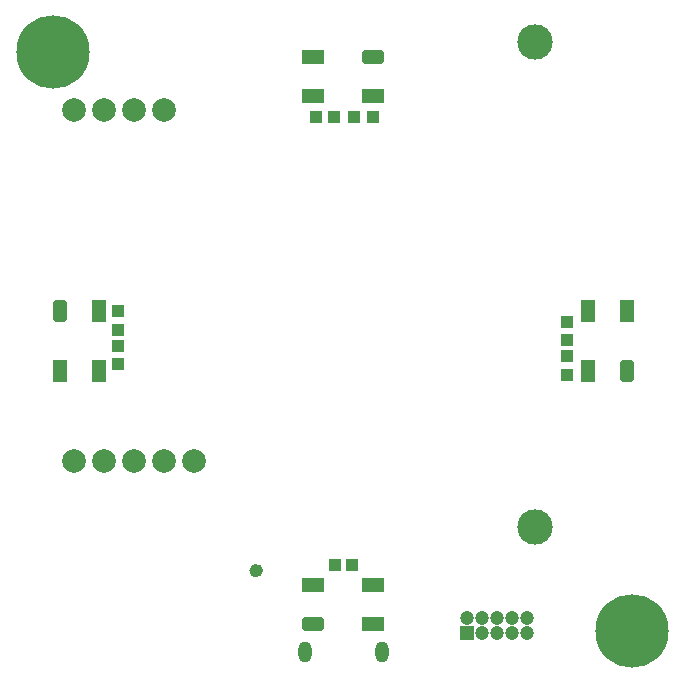
<source format=gbs>
G04*
G04 #@! TF.GenerationSoftware,Altium Limited,Altium Designer,18.1.6 (161)*
G04*
G04 Layer_Color=16711935*
%FSLAX44Y44*%
%MOMM*%
G71*
G01*
G75*
%ADD47R,1.1232X1.1332*%
%ADD53R,0.9932X1.1332*%
%ADD66R,1.1332X0.9932*%
%ADD68R,1.1332X1.1232*%
%ADD70O,1.1032X1.8032*%
%ADD71C,1.2032*%
%ADD72R,1.2032X1.2032*%
%ADD73C,3.0032*%
%ADD74C,2.0032*%
%ADD96C,0.6096*%
%ADD97C,0.4032*%
%ADD98R,1.2032X1.9032*%
%ADD99R,1.2032X1.9032*%
G04:AMPARAMS|DCode=100|XSize=1.9032mm|YSize=1.2032mm|CornerRadius=0.3516mm|HoleSize=0mm|Usage=FLASHONLY|Rotation=270.000|XOffset=0mm|YOffset=0mm|HoleType=Round|Shape=RoundedRectangle|*
%AMROUNDEDRECTD100*
21,1,1.9032,0.5000,0,0,270.0*
21,1,1.2000,1.2032,0,0,270.0*
1,1,0.7032,-0.2500,-0.6000*
1,1,0.7032,-0.2500,0.6000*
1,1,0.7032,0.2500,0.6000*
1,1,0.7032,0.2500,-0.6000*
%
%ADD100ROUNDEDRECTD100*%
%ADD101R,1.9032X1.2032*%
%ADD102R,1.9032X1.2032*%
G04:AMPARAMS|DCode=103|XSize=1.9032mm|YSize=1.2032mm|CornerRadius=0.3516mm|HoleSize=0mm|Usage=FLASHONLY|Rotation=180.000|XOffset=0mm|YOffset=0mm|HoleType=Round|Shape=RoundedRectangle|*
%AMROUNDEDRECTD103*
21,1,1.9032,0.5000,0,0,180.0*
21,1,1.2000,1.2032,0,0,180.0*
1,1,0.7032,-0.6000,0.2500*
1,1,0.7032,0.6000,0.2500*
1,1,0.7032,0.6000,-0.2500*
1,1,0.7032,-0.6000,-0.2500*
%
%ADD103ROUNDEDRECTD103*%
%ADD104C,6.2032*%
G54D47*
X268450Y86000D02*
D03*
X283550D02*
D03*
X268100Y465000D02*
D03*
X253000D02*
D03*
G54D53*
X285000D02*
D03*
X301400D02*
D03*
G54D66*
X465000Y246800D02*
D03*
Y263200D02*
D03*
X85000Y285000D02*
D03*
Y301400D02*
D03*
G54D68*
X465000Y291550D02*
D03*
Y276450D02*
D03*
X85000Y256000D02*
D03*
Y271100D02*
D03*
G54D70*
X243000Y12250D02*
D03*
X309000D02*
D03*
G54D71*
X431400Y41000D02*
D03*
Y28300D02*
D03*
X418700Y41000D02*
D03*
Y28300D02*
D03*
X406000Y41000D02*
D03*
Y28300D02*
D03*
X393300Y41000D02*
D03*
Y28300D02*
D03*
X380600Y41000D02*
D03*
G54D72*
Y28300D02*
D03*
G54D73*
X438500Y528500D02*
D03*
Y118500D02*
D03*
G54D74*
X124400Y471500D02*
D03*
X99000D02*
D03*
X73600D02*
D03*
X48200D02*
D03*
X124400Y174374D02*
D03*
X99000D02*
D03*
X73600D02*
D03*
X48200D02*
D03*
X149800D02*
D03*
G54D96*
X204794Y81150D02*
G03*
X204794Y81150I-2794J0D01*
G01*
G54D97*
X202000Y84248D02*
D03*
Y78000D02*
D03*
G54D98*
X69288Y250600D02*
D03*
Y301400D02*
D03*
X482712Y250600D02*
D03*
Y301400D02*
D03*
G54D99*
X36268Y250600D02*
D03*
X515732Y301400D02*
D03*
G54D100*
X36268D02*
D03*
X515732Y250600D02*
D03*
G54D101*
X250600Y482712D02*
D03*
X301400D02*
D03*
X250600Y69288D02*
D03*
X301400D02*
D03*
G54D102*
X250600Y515732D02*
D03*
X301400Y36268D02*
D03*
G54D103*
Y515732D02*
D03*
X250600Y36268D02*
D03*
G54D104*
X520000Y30000D02*
D03*
X30000Y520000D02*
D03*
M02*

</source>
